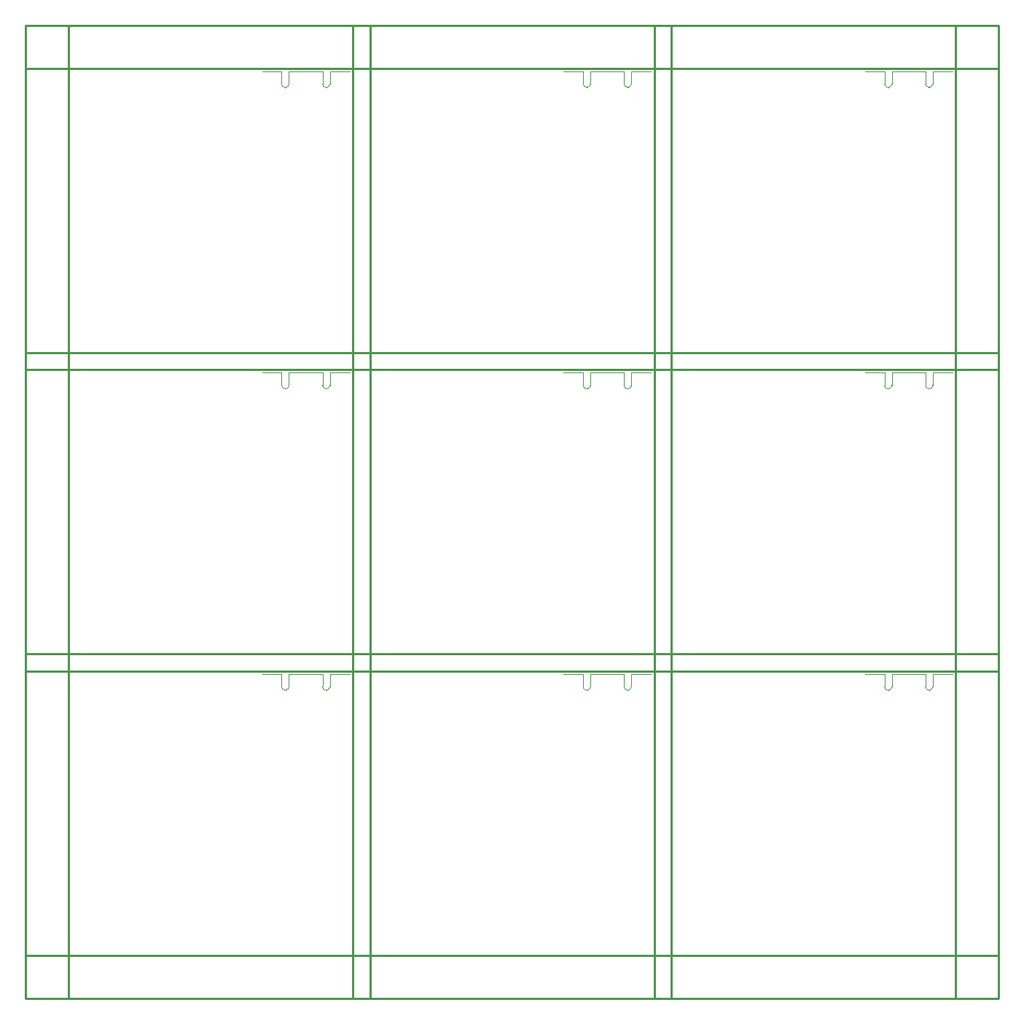
<source format=gbr>
G04 #@! TF.FileFunction,Profile,NP*
%FSLAX46Y46*%
G04 Gerber Fmt 4.6, Leading zero omitted, Abs format (unit mm)*
G04 Created by KiCad (PCBNEW 4.0.2+dfsg1-stable) date Wed 22 Jun 2016 02:24:39 PM EDT*
%MOMM*%
G01*
G04 APERTURE LIST*
%ADD10C,0.100000*%
%ADD11C,0.254000*%
G04 APERTURE END LIST*
D10*
D11*
X7700000Y-120760000D02*
X120760000Y-120760000D01*
X7700000Y-115760000D02*
X120760000Y-115760000D01*
X7700000Y-82740000D02*
X120760000Y-82740000D01*
X7700000Y-80740000D02*
X120760000Y-80740000D01*
X7700000Y-47720000D02*
X120760000Y-47720000D01*
X7700000Y-45720000D02*
X120760000Y-45720000D01*
X7700000Y-12700000D02*
X120760000Y-12700000D01*
X7700000Y-7700000D02*
X120760000Y-7700000D01*
X120760000Y-7700000D02*
X120760000Y-120760000D01*
X115760000Y-7700000D02*
X115760000Y-120760000D01*
X82740000Y-7700000D02*
X82740000Y-120760000D01*
X80740000Y-7700000D02*
X80740000Y-120760000D01*
X47720000Y-7700000D02*
X47720000Y-120760000D01*
X45720000Y-7700000D02*
X45720000Y-120760000D01*
X12700000Y-7700000D02*
X12700000Y-120760000D01*
X7700000Y-7700000D02*
X7700000Y-120760000D01*
D10*
X115379000Y-83060000D02*
X113099000Y-83060000D01*
X113099000Y-83060000D02*
X113099000Y-84559000D01*
X112718000Y-84940000D02*
G75*
G03X113099000Y-84559000I0J381000D01*
G01*
X112718000Y-84940000D02*
X112630000Y-84940000D01*
X112249000Y-84559000D02*
G75*
G03X112630000Y-84940000I381000J0D01*
G01*
X112249000Y-84559000D02*
X112249000Y-83060000D01*
X112249000Y-83060000D02*
X108349000Y-83060000D01*
X108349000Y-83060000D02*
X108349000Y-84559000D01*
X107968000Y-84940000D02*
G75*
G03X108349000Y-84559000I0J381000D01*
G01*
X107968000Y-84940000D02*
X107880000Y-84940000D01*
X107499000Y-84559000D02*
G75*
G03X107880000Y-84940000I381000J0D01*
G01*
X107499000Y-84559000D02*
X107499000Y-83060000D01*
X107499000Y-83060000D02*
X105219000Y-83060000D01*
X115379000Y-48040000D02*
X113099000Y-48040000D01*
X113099000Y-48040000D02*
X113099000Y-49539000D01*
X112718000Y-49920000D02*
G75*
G03X113099000Y-49539000I0J381000D01*
G01*
X112718000Y-49920000D02*
X112630000Y-49920000D01*
X112249000Y-49539000D02*
G75*
G03X112630000Y-49920000I381000J0D01*
G01*
X112249000Y-49539000D02*
X112249000Y-48040000D01*
X112249000Y-48040000D02*
X108349000Y-48040000D01*
X108349000Y-48040000D02*
X108349000Y-49539000D01*
X107968000Y-49920000D02*
G75*
G03X108349000Y-49539000I0J381000D01*
G01*
X107968000Y-49920000D02*
X107880000Y-49920000D01*
X107499000Y-49539000D02*
G75*
G03X107880000Y-49920000I381000J0D01*
G01*
X107499000Y-49539000D02*
X107499000Y-48040000D01*
X107499000Y-48040000D02*
X105219000Y-48040000D01*
X115379000Y-13020000D02*
X113099000Y-13020000D01*
X113099000Y-13020000D02*
X113099000Y-14519000D01*
X112718000Y-14900000D02*
G75*
G03X113099000Y-14519000I0J381000D01*
G01*
X112718000Y-14900000D02*
X112630000Y-14900000D01*
X112249000Y-14519000D02*
G75*
G03X112630000Y-14900000I381000J0D01*
G01*
X112249000Y-14519000D02*
X112249000Y-13020000D01*
X112249000Y-13020000D02*
X108349000Y-13020000D01*
X108349000Y-13020000D02*
X108349000Y-14519000D01*
X107968000Y-14900000D02*
G75*
G03X108349000Y-14519000I0J381000D01*
G01*
X107968000Y-14900000D02*
X107880000Y-14900000D01*
X107499000Y-14519000D02*
G75*
G03X107880000Y-14900000I381000J0D01*
G01*
X107499000Y-14519000D02*
X107499000Y-13020000D01*
X107499000Y-13020000D02*
X105219000Y-13020000D01*
X80359000Y-83060000D02*
X78079000Y-83060000D01*
X78079000Y-83060000D02*
X78079000Y-84559000D01*
X77698000Y-84940000D02*
G75*
G03X78079000Y-84559000I0J381000D01*
G01*
X77698000Y-84940000D02*
X77610000Y-84940000D01*
X77229000Y-84559000D02*
G75*
G03X77610000Y-84940000I381000J0D01*
G01*
X77229000Y-84559000D02*
X77229000Y-83060000D01*
X77229000Y-83060000D02*
X73329000Y-83060000D01*
X73329000Y-83060000D02*
X73329000Y-84559000D01*
X72948000Y-84940000D02*
G75*
G03X73329000Y-84559000I0J381000D01*
G01*
X72948000Y-84940000D02*
X72860000Y-84940000D01*
X72479000Y-84559000D02*
G75*
G03X72860000Y-84940000I381000J0D01*
G01*
X72479000Y-84559000D02*
X72479000Y-83060000D01*
X72479000Y-83060000D02*
X70199000Y-83060000D01*
X80359000Y-48040000D02*
X78079000Y-48040000D01*
X78079000Y-48040000D02*
X78079000Y-49539000D01*
X77698000Y-49920000D02*
G75*
G03X78079000Y-49539000I0J381000D01*
G01*
X77698000Y-49920000D02*
X77610000Y-49920000D01*
X77229000Y-49539000D02*
G75*
G03X77610000Y-49920000I381000J0D01*
G01*
X77229000Y-49539000D02*
X77229000Y-48040000D01*
X77229000Y-48040000D02*
X73329000Y-48040000D01*
X73329000Y-48040000D02*
X73329000Y-49539000D01*
X72948000Y-49920000D02*
G75*
G03X73329000Y-49539000I0J381000D01*
G01*
X72948000Y-49920000D02*
X72860000Y-49920000D01*
X72479000Y-49539000D02*
G75*
G03X72860000Y-49920000I381000J0D01*
G01*
X72479000Y-49539000D02*
X72479000Y-48040000D01*
X72479000Y-48040000D02*
X70199000Y-48040000D01*
X80359000Y-13020000D02*
X78079000Y-13020000D01*
X78079000Y-13020000D02*
X78079000Y-14519000D01*
X77698000Y-14900000D02*
G75*
G03X78079000Y-14519000I0J381000D01*
G01*
X77698000Y-14900000D02*
X77610000Y-14900000D01*
X77229000Y-14519000D02*
G75*
G03X77610000Y-14900000I381000J0D01*
G01*
X77229000Y-14519000D02*
X77229000Y-13020000D01*
X77229000Y-13020000D02*
X73329000Y-13020000D01*
X73329000Y-13020000D02*
X73329000Y-14519000D01*
X72948000Y-14900000D02*
G75*
G03X73329000Y-14519000I0J381000D01*
G01*
X72948000Y-14900000D02*
X72860000Y-14900000D01*
X72479000Y-14519000D02*
G75*
G03X72860000Y-14900000I381000J0D01*
G01*
X72479000Y-14519000D02*
X72479000Y-13020000D01*
X72479000Y-13020000D02*
X70199000Y-13020000D01*
X45339000Y-83060000D02*
X43059000Y-83060000D01*
X43059000Y-83060000D02*
X43059000Y-84559000D01*
X42678000Y-84940000D02*
G75*
G03X43059000Y-84559000I0J381000D01*
G01*
X42678000Y-84940000D02*
X42590000Y-84940000D01*
X42209000Y-84559000D02*
G75*
G03X42590000Y-84940000I381000J0D01*
G01*
X42209000Y-84559000D02*
X42209000Y-83060000D01*
X42209000Y-83060000D02*
X38309000Y-83060000D01*
X38309000Y-83060000D02*
X38309000Y-84559000D01*
X37928000Y-84940000D02*
G75*
G03X38309000Y-84559000I0J381000D01*
G01*
X37928000Y-84940000D02*
X37840000Y-84940000D01*
X37459000Y-84559000D02*
G75*
G03X37840000Y-84940000I381000J0D01*
G01*
X37459000Y-84559000D02*
X37459000Y-83060000D01*
X37459000Y-83060000D02*
X35179000Y-83060000D01*
X45339000Y-48040000D02*
X43059000Y-48040000D01*
X43059000Y-48040000D02*
X43059000Y-49539000D01*
X42678000Y-49920000D02*
G75*
G03X43059000Y-49539000I0J381000D01*
G01*
X42678000Y-49920000D02*
X42590000Y-49920000D01*
X42209000Y-49539000D02*
G75*
G03X42590000Y-49920000I381000J0D01*
G01*
X42209000Y-49539000D02*
X42209000Y-48040000D01*
X42209000Y-48040000D02*
X38309000Y-48040000D01*
X38309000Y-48040000D02*
X38309000Y-49539000D01*
X37928000Y-49920000D02*
G75*
G03X38309000Y-49539000I0J381000D01*
G01*
X37928000Y-49920000D02*
X37840000Y-49920000D01*
X37459000Y-49539000D02*
G75*
G03X37840000Y-49920000I381000J0D01*
G01*
X37459000Y-49539000D02*
X37459000Y-48040000D01*
X37459000Y-48040000D02*
X35179000Y-48040000D01*
X45339000Y-13020000D02*
X43059000Y-13020000D01*
X43059000Y-13020000D02*
X43059000Y-14519000D01*
X42678000Y-14900000D02*
G75*
G03X43059000Y-14519000I0J381000D01*
G01*
X42678000Y-14900000D02*
X42590000Y-14900000D01*
X42209000Y-14519000D02*
G75*
G03X42590000Y-14900000I381000J0D01*
G01*
X42209000Y-14519000D02*
X42209000Y-13020000D01*
X42209000Y-13020000D02*
X38309000Y-13020000D01*
X38309000Y-13020000D02*
X38309000Y-14519000D01*
X37928000Y-14900000D02*
G75*
G03X38309000Y-14519000I0J381000D01*
G01*
X37928000Y-14900000D02*
X37840000Y-14900000D01*
X37459000Y-14519000D02*
G75*
G03X37840000Y-14900000I381000J0D01*
G01*
X37459000Y-14519000D02*
X37459000Y-13020000D01*
X37459000Y-13020000D02*
X35179000Y-13020000D01*
M02*

</source>
